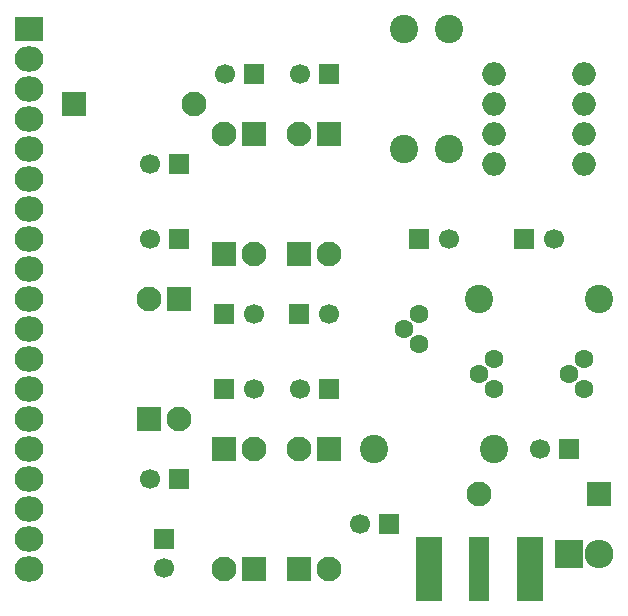
<source format=gts>
G04 #@! TF.FileFunction,Soldermask,Top*
%FSLAX46Y46*%
G04 Gerber Fmt 4.6, Leading zero omitted, Abs format (unit mm)*
G04 Created by KiCad (PCBNEW 4.0.4+e1-6308~48~ubuntu16.04.1-stable) date Thu Dec  1 18:14:11 2016*
%MOMM*%
%LPD*%
G01*
G04 APERTURE LIST*
%ADD10C,0.100000*%
%ADD11R,2.178000X5.480000*%
%ADD12R,1.670000X5.480000*%
%ADD13R,2.432000X2.127200*%
%ADD14O,2.432000X2.127200*%
%ADD15C,2.099260*%
%ADD16R,2.099260X2.099260*%
%ADD17C,2.398980*%
%ADD18C,1.600000*%
%ADD19R,1.700000X1.700000*%
%ADD20C,1.700000*%
%ADD21R,2.432000X2.432000*%
%ADD22O,2.432000X2.432000*%
%ADD23O,2.000000X2.000000*%
G04 APERTURE END LIST*
D10*
D11*
X107505500Y-81280000D03*
X116014500Y-81280000D03*
D12*
X111760000Y-81280000D03*
D13*
X73660000Y-35560000D03*
D14*
X73660000Y-38100000D03*
X73660000Y-40640000D03*
X73660000Y-43180000D03*
X73660000Y-45720000D03*
X73660000Y-48260000D03*
X73660000Y-50800000D03*
X73660000Y-53340000D03*
X73660000Y-55880000D03*
X73660000Y-58420000D03*
X73660000Y-60960000D03*
X73660000Y-63500000D03*
X73660000Y-66040000D03*
X73660000Y-68580000D03*
X73660000Y-71120000D03*
X73660000Y-73660000D03*
X73660000Y-76200000D03*
X73660000Y-78740000D03*
X73660000Y-81280000D03*
D15*
X111759480Y-74932540D03*
D16*
X121919480Y-74932540D03*
D15*
X99062540Y-81280520D03*
D16*
X99062540Y-71120520D03*
D15*
X96517460Y-71119480D03*
D16*
X96517460Y-81279480D03*
D15*
X99062540Y-54610520D03*
D16*
X99062540Y-44450520D03*
D15*
X96517460Y-44449480D03*
D16*
X96517460Y-54609480D03*
D15*
X90167460Y-44449480D03*
D16*
X90167460Y-54609480D03*
D15*
X92712540Y-54610520D03*
D16*
X92712540Y-44450520D03*
D15*
X92707460Y-71119480D03*
D16*
X92707460Y-81279480D03*
D15*
X90172540Y-81280520D03*
D16*
X90172540Y-71120520D03*
D15*
X86362540Y-68580520D03*
D16*
X86362540Y-58420520D03*
D15*
X83817460Y-58419480D03*
D16*
X83817460Y-68579480D03*
D15*
X87630520Y-41907460D03*
D16*
X77470520Y-41907460D03*
D17*
X105410000Y-35560000D03*
X105410000Y-45720000D03*
X109220000Y-35560000D03*
X109220000Y-45720000D03*
X111760000Y-58420000D03*
X121920000Y-58420000D03*
X113030000Y-71120000D03*
X102870000Y-71120000D03*
D18*
X106680000Y-59690000D03*
X105410000Y-60960000D03*
X106680000Y-62230000D03*
X120650000Y-63500000D03*
X119380000Y-64770000D03*
X120650000Y-66040000D03*
X113030000Y-63500000D03*
X111760000Y-64770000D03*
X113030000Y-66040000D03*
D19*
X92710000Y-39370000D03*
D20*
X90210000Y-39370000D03*
D19*
X115570000Y-53340000D03*
D20*
X118070000Y-53340000D03*
D19*
X106680000Y-53340000D03*
D20*
X109180000Y-53340000D03*
D19*
X119380000Y-71120000D03*
D20*
X116880000Y-71120000D03*
D19*
X104140000Y-77470000D03*
D20*
X101640000Y-77470000D03*
D19*
X99060000Y-66040000D03*
D20*
X96560000Y-66040000D03*
D19*
X96520000Y-59690000D03*
D20*
X99020000Y-59690000D03*
D19*
X99060000Y-39370000D03*
D20*
X96560000Y-39370000D03*
D19*
X90170000Y-59690000D03*
D20*
X92670000Y-59690000D03*
D19*
X90170000Y-66040000D03*
D20*
X92670000Y-66040000D03*
D19*
X85090000Y-78740000D03*
D20*
X85090000Y-81240000D03*
D19*
X86360000Y-73660000D03*
D20*
X83860000Y-73660000D03*
D19*
X86360000Y-53340000D03*
D20*
X83860000Y-53340000D03*
D19*
X86360000Y-46990000D03*
D20*
X83860000Y-46990000D03*
D21*
X119380000Y-80010000D03*
D22*
X121920000Y-80010000D03*
D23*
X113030000Y-39370000D03*
X113030000Y-41910000D03*
X113030000Y-44450000D03*
X113030000Y-46990000D03*
X120650000Y-46990000D03*
X120650000Y-44450000D03*
X120650000Y-41910000D03*
X120650000Y-39370000D03*
M02*

</source>
